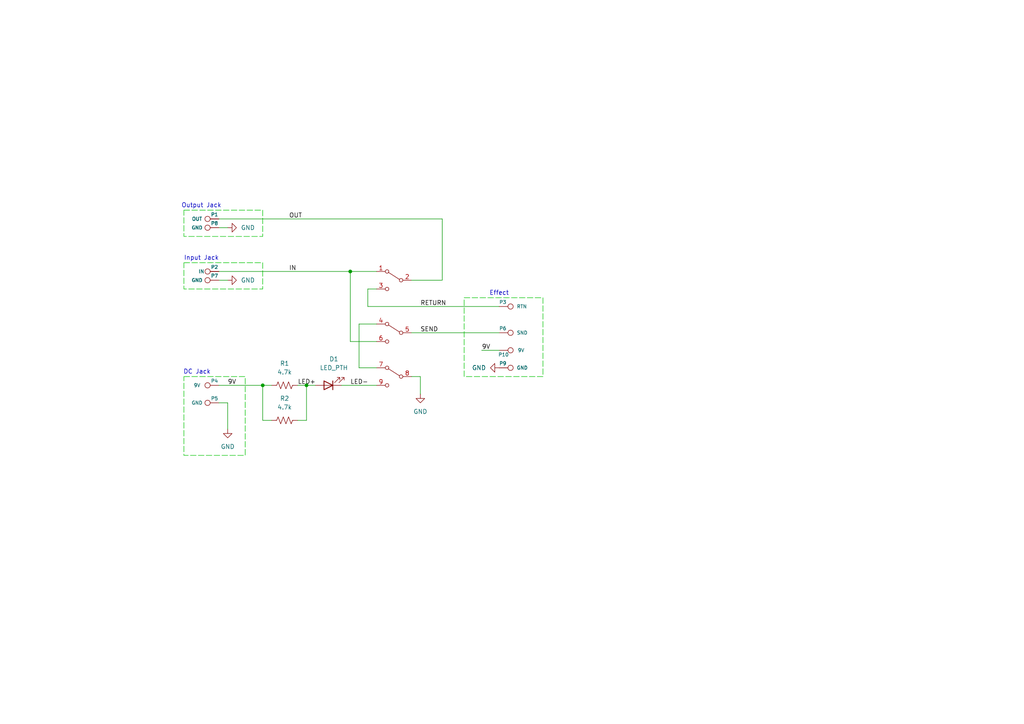
<source format=kicad_sch>
(kicad_sch (version 20231120) (generator "eeschema") (generator_version "8.0")
  (paper "A4")
  (lib_symbols
    (symbol "BlackBox:LED_PTH" (pin_numbers hide) (pin_names (offset 1.016) hide)
      (property "Reference" "D" (at 0 2.54 0))
      (property "Value" "LED_PTH" (at 0 -2.54 0))
      (symbol "LED_PTH_0_1"
        (polyline (pts (xy -1.27 -1.27) (xy -1.27 1.27)) (stroke (width 0.254)))
        (polyline (pts (xy -1.27 0) (xy 1.27 0)))
        (polyline (pts (xy 1.27 -1.27) (xy 1.27 1.27) (xy -1.27 0) (xy 1.27 -1.27)) (stroke (width 0.254)))
        (polyline (pts (xy -3.048 -0.762) (xy -4.572 -2.286) (xy -3.81 -2.286) (xy -4.572 -2.286) (xy -4.572 -1.524)))
        (polyline (pts (xy -1.778 -0.762) (xy -3.302 -2.286) (xy -2.54 -2.286) (xy -3.302 -2.286) (xy -3.302 -1.524)))
      )
      (symbol "LED_PTH_1_1"
        (pin passive line (at -3.81 0 0) (length 2.54) (name "K") (number "1"))
        (pin passive line (at 3.81 0 180) (length 2.54) (name "A") (number "2"))
      )
    )
    (symbol "BlackBox:SW_3PDT" (pin_names (offset 0) hide)
      (property "Reference" "SW" (at 0 4.318 0))
      (property "Value" "SW_3PDT" (at 0 -5.08 0))
      (symbol "SW_3PDT_0_0"
        (circle (center -2.032 0) (radius 0.508))
        (circle (center 2.032 -2.54) (radius 0.508))
      )
      (symbol "SW_3PDT_0_1"
        (polyline (pts (xy -1.524 0.254) (xy 1.651 2.286)))
        (circle (center 2.032 2.54) (radius 0.508))
      )
      (symbol "SW_3PDT_1_1"
        (pin passive line (at 5.08 2.54 180) (length 2.54) (name "A") (number "1"))
        (pin passive line (at -5.08 0 0) (length 2.54) (name "B") (number "2"))
        (pin passive line (at 5.08 -2.54 180) (length 2.54) (name "C") (number "3"))
      )
      (symbol "SW_3PDT_2_1"
        (pin passive line (at 5.08 2.54 180) (length 2.54) (name "A") (number "4"))
        (pin passive line (at -5.08 0 0) (length 2.54) (name "B") (number "5"))
        (pin passive line (at 5.08 -2.54 180) (length 2.54) (name "C") (number "6"))
      )
      (symbol "SW_3PDT_3_1"
        (pin passive line (at 5.08 2.54 180) (length 2.54) (name "A") (number "7"))
        (pin passive line (at -5.08 0 0) (length 2.54) (name "B") (number "8"))
        (pin passive line (at 5.08 -2.54 180) (length 2.54) (name "C") (number "9"))
      )
    )
    (symbol "BlackBox:WirePad_22AWG" (pin_numbers hide) (pin_names (offset 0.762) hide)
      (property "Reference" "P" (at -3.81 2.54 0))
      (property "Value" "WirePad_22AWG" (at -11.43 0 0))
      (symbol "WirePad_22AWG_0_1"
        (circle (center -3.302 0) (radius 0.762))
      )
      (symbol "WirePad_22AWG_1_1"
        (pin passive line (at 0 0 180) (length 2.54) (name "1") (number "1"))
      )
    )
    (symbol "Device:R_US" (pin_numbers hide) (pin_names (offset 0))
      (property "Reference" "R" (at 2.54 0 90))
      (property "Value" "R_US" (at -2.54 0 90))
      (symbol "R_US_0_1"
        (polyline (pts (xy 0 -2.286) (xy 0 -2.54)))
        (polyline (pts (xy 0 2.286) (xy 0 2.54)))
        (polyline (pts (xy 0 -0.762) (xy 1.016 -1.143) (xy 0 -1.524) (xy -1.016 -1.905) (xy 0 -2.286)))
        (polyline (pts (xy 0 0.762) (xy 1.016 0.381) (xy 0 0) (xy -1.016 -0.381) (xy 0 -0.762)))
        (polyline (pts (xy 0 2.286) (xy 1.016 1.905) (xy 0 1.524) (xy -1.016 1.143) (xy 0 0.762)))
      )
      (symbol "R_US_1_1"
        (pin passive line (at 0 3.81 270) (length 1.27) (name "~") (number "1"))
        (pin passive line (at 0 -3.81 90) (length 1.27) (name "~") (number "2"))
      )
    )
    (symbol "power:GND" (power) (pin_numbers hide) (pin_names (offset 0) hide)
      (property "Value" "GND" (at 0 -3.81 0))
      (symbol "GND_0_1"
        (polyline (pts (xy 0 0) (xy 0 -1.27) (xy 1.27 -1.27) (xy 0 -2.54) (xy -1.27 -1.27) (xy 0 -1.27)))
      )
      (symbol "GND_1_1"
        (pin power_in line (at 0 0 270) (length 0) (name "~") (number "1"))
      )
    )
  )
  (junction (at 101.6 78.74))
  (junction (at 76.2 111.76))
  (junction (at 88.9 111.76))
  (wire (pts (xy 78.74 121.92) (xy 76.2 121.92)))
  (wire (pts (xy 63.5 81.28) (xy 66.04 81.28)))
  (wire (pts (xy 86.36 121.92) (xy 88.9 121.92)))
  (wire (pts (xy 128.27 81.28) (xy 119.38 81.28)))
  (wire (pts (xy 76.2 121.92) (xy 76.2 111.76)))
  (wire (pts (xy 144.78 88.9) (xy 106.68 88.9)))
  (wire (pts (xy 66.04 116.84) (xy 66.04 124.46)))
  (wire (pts (xy 101.6 99.06) (xy 101.6 78.74)))
  (wire (pts (xy 128.27 63.5) (xy 128.27 81.28)))
  (wire (pts (xy 121.92 109.22) (xy 121.92 114.3)))
  (wire (pts (xy 106.68 88.9) (xy 106.68 83.82)))
  (wire (pts (xy 139.7 101.6) (xy 144.78 101.6)))
  (wire (pts (xy 109.22 106.68) (xy 104.14 106.68)))
  (wire (pts (xy 119.38 109.22) (xy 121.92 109.22)))
  (wire (pts (xy 88.9 121.92) (xy 88.9 111.76)))
  (wire (pts (xy 66.04 116.84) (xy 63.5 116.84)))
  (wire (pts (xy 109.22 99.06) (xy 101.6 99.06)))
  (wire (pts (xy 86.36 111.76) (xy 88.9 111.76)))
  (wire (pts (xy 63.5 78.74) (xy 101.6 78.74)))
  (wire (pts (xy 104.14 93.98) (xy 109.22 93.98)))
  (wire (pts (xy 76.2 111.76) (xy 78.74 111.76)))
  (wire (pts (xy 104.14 106.68) (xy 104.14 93.98)))
  (wire (pts (xy 99.06 111.76) (xy 109.22 111.76)))
  (wire (pts (xy 66.04 66.04) (xy 63.5 66.04)))
  (wire (pts (xy 63.5 63.5) (xy 128.27 63.5)))
  (wire (pts (xy 63.5 111.76) (xy 76.2 111.76)))
  (wire (pts (xy 88.9 111.76) (xy 91.44 111.76)))
  (wire (pts (xy 101.6 78.74) (xy 109.22 78.74)))
  (wire (pts (xy 119.38 96.52) (xy 144.78 96.52)))
  (wire (pts (xy 106.68 83.82) (xy 109.22 83.82)))
  (rectangle (start 53.34 60.96) (end 76.2 68.58) (stroke (width 0) (type dash) (color 0 194 0 1)))
  (rectangle (start 134.62 86.36) (end 157.48 109.22) (stroke (width 0) (type dash) (color 0 194 0 1)))
  (rectangle (start 53.34 76.2) (end 76.2 83.82) (stroke (width 0) (type dash) (color 0 194 0 1)))
  (rectangle (start 53.34 109.22) (end 71.12 132.08) (stroke (width 0) (type dash) (color 0 194 0 1)))
  (text "DC Jack" (at 57.15 107.95 0) (effects (font (size 1.27 1.27))))
  (text "Input Jack" (at 58.42 74.93 0) (effects (font (size 1.27 1.27))))
  (text "Output Jack" (at 58.42 59.69 0) (effects (font (size 1.27 1.27))))
  (text "Effect" (at 144.78 85.09 0) (effects (font (size 1.27 1.27))))
  (label "IN" (at 83.82 78.74 0))
  (label "OUT" (at 83.82 63.5 0))
  (label "9V" (at 66.04 111.76 0))
  (label "RETURN" (at 121.92 88.9 0))
  (label "SEND" (at 121.92 96.52 0))
  (label "9V" (at 142.24 101.6 180))
  (label "LED+" (at 86.36 111.76 0))
  (label "LED-" (at 101.6 111.76 0))
  (symbol (lib_id "BlackBox:WirePad_22AWG") (at 144.78 101.6 180) (unit 1)
    (property "Reference" "P10" (at 146.05 102.87 0) (effects (font (size 1 1))))
    (property "Value" "9V" (at 151.13 101.6 0) (effects (font (size 1 1))))
    (property "Footprint" "BlackBox:WirePad_22AWG" (effects (hide yes)))
    (property "Description" "SolderPad, for 22AWG wire" (effects (hide yes)))
  )
  (symbol (lib_id "BlackBox:WirePad_22AWG") (at 63.5 111.76 0) (unit 1)
    (property "Reference" "P4" (at 62.23 110.49 0) (effects (font (size 1 1))))
    (property "Value" "9V" (at 57.15 111.76 0) (effects (font (size 1 1))))
    (property "Footprint" "BlackBox:WirePad_22AWG" (effects (hide yes)))
    (property "Description" "SolderPad, for 22AWG wire" (effects (hide yes)))
  )
  (symbol (lib_id "power:GND") (at 121.92 114.3 0) (unit 1)
    (property "Reference" "#PWR02" (effects (hide yes)))
    (property "Value" "GND" (at 121.92 119.38 0))
    (property "Description" "Power symbol creates a global label with name \"GND\" , ground" (effects (hide yes)))
  )
  (symbol (lib_id "BlackBox:SW_3PDT") (at 114.3 81.28 0) (mirror y) (unit 1)
    (property "Reference" "SW1" (effects (hide yes)))
    (property "Value" "SW_3PDT" (effects (hide yes)))
    (property "Footprint" "BlackBox:SW_STOMP_3PDT" (effects (hide yes)))
    (property "Datasheet" "https://www.mouser.com/datasheet/2/13/SF17_SF12030F-1155740.pdf" (effects (hide yes)))
    (property "Description" "Switch, 3 pole double throw, separate symbols" (effects (hide yes)))
  )
  (symbol (lib_id "Device:R_US") (at 82.55 121.92 90) (unit 1)
    (property "Reference" "R2" (at 82.55 115.57 90))
    (property "Value" "4.7k" (at 82.55 118.11 90))
    (property "Footprint" "Resistor_SMD:R_0805_2012Metric_Pad1.20x1.40mm_HandSolder" (effects (hide yes)))
    (property "Description" "Resistor, US symbol" (effects (hide yes)))
  )
  (symbol (lib_id "Device:R_US") (at 82.55 111.76 90) (unit 1)
    (property "Reference" "R1" (at 82.55 105.41 90))
    (property "Value" "4.7k" (at 82.55 107.95 90))
    (property "Footprint" "BB_Resistors:R_Axial_DIN0207_L6.3mm_D2.5mm_P7.5mm_Horizontal" (effects (hide yes)))
    (property "Description" "Resistor, US symbol" (effects (hide yes)))
  )
  (symbol (lib_id "power:GND") (at 66.04 124.46 0) (unit 1)
    (property "Reference" "#PWR01" (effects (hide yes)))
    (property "Value" "GND" (at 66.04 129.54 0))
    (property "Description" "Power symbol creates a global label with name \"GND\" , ground" (effects (hide yes)))
  )
  (symbol (lib_id "BlackBox:WirePad_22AWG") (at 144.78 88.9 180) (unit 1)
    (property "Reference" "P3" (at 144.78 87.63 0) (effects (font (size 1 1)) (justify right)))
    (property "Value" "RTN" (at 149.86 88.9 0) (effects (font (size 1 1)) (justify right)))
    (property "Footprint" "BlackBox:WirePad_22AWG" (effects (hide yes)))
    (property "Description" "SolderPad, for 22AWG wire" (effects (hide yes)))
  )
  (symbol (lib_id "BlackBox:WirePad_22AWG") (at 144.78 96.52 180) (unit 1)
    (property "Reference" "P6" (at 144.78 95.25 0) (effects (font (size 1 1)) (justify right)))
    (property "Value" "SND" (at 149.86 96.52 0) (effects (font (size 1 1)) (justify right)))
    (property "Footprint" "BlackBox:WirePad_22AWG" (effects (hide yes)))
    (property "Description" "SolderPad, for 22AWG wire" (effects (hide yes)))
  )
  (symbol (lib_id "BlackBox:WirePad_22AWG") (at 63.5 81.28 0) (unit 1)
    (property "Reference" "P7" (at 62.23 80.01 0) (effects (font (size 1 1))))
    (property "Value" "GND" (at 57.15 81.28 0) (effects (font (size 1 1))))
    (property "Footprint" "BlackBox:WirePad_22AWG" (effects (hide yes)))
    (property "Description" "SolderPad, for 22AWG wire" (effects (hide yes)))
  )
  (symbol (lib_id "BlackBox:LED_PTH") (at 95.25 111.76 180) (unit 1)
    (property "Reference" "D1" (at 96.8375 104.14 0))
    (property "Value" "LED_PTH" (at 96.8375 106.68 0))
    (property "Footprint" "LED_THT:LED_D5.0mm" (effects (hide yes)))
    (property "Description" "Light emitting diode, through hole" (effects (hide yes)))
  )
  (symbol (lib_id "BlackBox:WirePad_22AWG") (at 63.5 66.04 0) (unit 1)
    (property "Reference" "P8" (at 62.23 64.77 0) (effects (font (size 1 1))))
    (property "Value" "GND" (at 57.15 66.04 0) (effects (font (size 1 1))))
    (property "Footprint" "BlackBox:WirePad_22AWG" (effects (hide yes)))
    (property "Description" "SolderPad, for 22AWG wire" (effects (hide yes)))
  )
  (symbol (lib_id "power:GND") (at 66.04 66.04 90) (unit 1)
    (property "Reference" "#PWR04" (effects (hide yes)))
    (property "Value" "GND" (at 69.85 66.0399 90) (effects (justify right)))
    (property "Description" "Power symbol creates a global label with name \"GND\" , ground" (effects (hide yes)))
  )
  (symbol (lib_id "BlackBox:WirePad_22AWG") (at 63.5 116.84 0) (unit 1)
    (property "Reference" "P5" (at 62.23 115.57 0) (effects (font (size 1 1))))
    (property "Value" "GND" (at 57.15 116.84 0) (effects (font (size 1 1))))
    (property "Footprint" "BlackBox:WirePad_22AWG" (effects (hide yes)))
    (property "Description" "SolderPad, for 22AWG wire" (effects (hide yes)))
  )
  (symbol (lib_id "BlackBox:SW_3PDT") (at 114.3 96.52 0) (mirror y) (unit 2)
    (property "Reference" "SW1" (effects (hide yes)))
    (property "Value" "SW_3PDT" (effects (hide yes)))
    (property "Footprint" "BlackBox:SW_STOMP_3PDT" (effects (hide yes)))
    (property "Datasheet" "https://www.mouser.com/datasheet/2/13/SF17_SF12030F-1155740.pdf" (effects (hide yes)))
    (property "Description" "Switch, 3 pole double throw, separate symbols" (effects (hide yes)))
  )
  (symbol (lib_id "BlackBox:SW_3PDT") (at 114.3 109.22 0) (mirror y) (unit 3)
    (property "Reference" "SW1" (effects (hide yes)))
    (property "Value" "SW_3PDT" (effects (hide yes)))
    (property "Footprint" "BlackBox:SW_STOMP_3PDT" (effects (hide yes)))
    (property "Datasheet" "https://www.mouser.com/datasheet/2/13/SF17_SF12030F-1155740.pdf" (effects (hide yes)))
    (property "Description" "Switch, 3 pole double throw, separate symbols" (effects (hide yes)))
  )
  (symbol (lib_id "BlackBox:WirePad_22AWG") (at 144.78 106.68 180) (unit 1)
    (property "Reference" "P9" (at 144.78 105.41 0) (effects (font (size 1 1)) (justify right)))
    (property "Value" "GND" (at 149.86 106.68 0) (effects (font (size 1 1)) (justify right)))
    (property "Footprint" "BlackBox:WirePad_22AWG" (effects (hide yes)))
    (property "Description" "SolderPad, for 22AWG wire" (effects (hide yes)))
  )
  (symbol (lib_id "power:GND") (at 144.78 106.68 270) (unit 1)
    (property "Reference" "#PWR05" (effects (hide yes)))
    (property "Value" "GND" (at 140.97 106.6799 90) (effects (justify right)))
    (property "Description" "Power symbol creates a global label with name \"GND\" , ground" (effects (hide yes)))
  )
  (symbol (lib_id "power:GND") (at 66.04 81.28 90) (unit 1)
    (property "Reference" "#PWR03" (effects (hide yes)))
    (property "Value" "GND" (at 69.85 81.2799 90) (effects (justify right)))
    (property "Description" "Power symbol creates a global label with name \"GND\" , ground" (effects (hide yes)))
  )
  (symbol (lib_id "BlackBox:WirePad_22AWG") (at 63.5 63.5 0) (unit 1)
    (property "Reference" "P1" (at 62.23 62.23 0) (effects (font (size 1 1))))
    (property "Value" "OUT" (at 57.15 63.5 0) (effects (font (size 1 1))))
    (property "Footprint" "BlackBox:WirePad_22AWG" (effects (hide yes)))
    (property "Description" "SolderPad, for 22AWG wire" (effects (hide yes)))
  )
  (symbol (lib_id "BlackBox:WirePad_22AWG") (at 63.5 78.74 0) (unit 1)
    (property "Reference" "P2" (at 62.23 77.47 0) (effects (font (size 1 1))))
    (property "Value" "IN" (at 58.42 78.74 0) (effects (font (size 1 1))))
    (property "Footprint" "BlackBox:WirePad_22AWG" (effects (hide yes)))
    (property "Description" "SolderPad, for 22AWG wire" (effects (hide yes)))
  )
)
</source>
